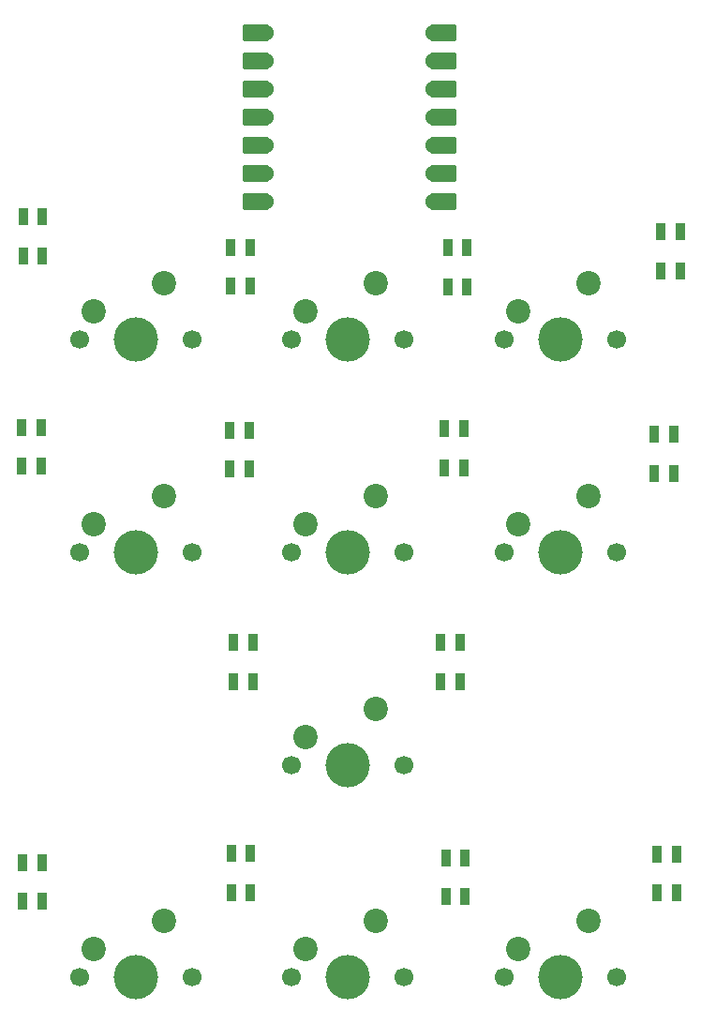
<source format=gbr>
%TF.GenerationSoftware,KiCad,Pcbnew,9.0.6*%
%TF.CreationDate,2025-12-08T11:04:57+13:00*%
%TF.ProjectId,hacropad,68616372-6f70-4616-942e-6b696361645f,rev?*%
%TF.SameCoordinates,Original*%
%TF.FileFunction,Soldermask,Top*%
%TF.FilePolarity,Negative*%
%FSLAX46Y46*%
G04 Gerber Fmt 4.6, Leading zero omitted, Abs format (unit mm)*
G04 Created by KiCad (PCBNEW 9.0.6) date 2025-12-08 11:04:57*
%MOMM*%
%LPD*%
G01*
G04 APERTURE LIST*
G04 Aperture macros list*
%AMRoundRect*
0 Rectangle with rounded corners*
0 $1 Rounding radius*
0 $2 $3 $4 $5 $6 $7 $8 $9 X,Y pos of 4 corners*
0 Add a 4 corners polygon primitive as box body*
4,1,4,$2,$3,$4,$5,$6,$7,$8,$9,$2,$3,0*
0 Add four circle primitives for the rounded corners*
1,1,$1+$1,$2,$3*
1,1,$1+$1,$4,$5*
1,1,$1+$1,$6,$7*
1,1,$1+$1,$8,$9*
0 Add four rect primitives between the rounded corners*
20,1,$1+$1,$2,$3,$4,$5,0*
20,1,$1+$1,$4,$5,$6,$7,0*
20,1,$1+$1,$6,$7,$8,$9,0*
20,1,$1+$1,$8,$9,$2,$3,0*%
G04 Aperture macros list end*
%ADD10R,0.850000X1.600000*%
%ADD11C,1.700000*%
%ADD12C,4.000000*%
%ADD13C,2.200000*%
%ADD14RoundRect,0.152400X1.063600X0.609600X-1.063600X0.609600X-1.063600X-0.609600X1.063600X-0.609600X0*%
%ADD15C,1.524000*%
%ADD16RoundRect,0.152400X-1.063600X-0.609600X1.063600X-0.609600X1.063600X0.609600X-1.063600X0.609600X0*%
G04 APERTURE END LIST*
D10*
%TO.C,D13*%
X136720000Y-49340000D03*
X138470000Y-49340000D03*
X138470000Y-45840000D03*
X136720000Y-45840000D03*
%TD*%
D11*
%TO.C,SW10*%
X161450000Y-111750000D03*
D12*
X166530000Y-111750000D03*
D11*
X171610000Y-111750000D03*
D13*
X169070000Y-106670000D03*
X162720000Y-109210000D03*
%TD*%
D11*
%TO.C,SW8*%
X123050000Y-111750000D03*
D12*
X128130000Y-111750000D03*
D11*
X133210000Y-111750000D03*
D13*
X130670000Y-106670000D03*
X124320000Y-109210000D03*
%TD*%
D11*
%TO.C,SW6*%
X161450000Y-73360000D03*
D12*
X166530000Y-73360000D03*
D11*
X171610000Y-73360000D03*
D13*
X169070000Y-68280000D03*
X162720000Y-70820000D03*
%TD*%
D11*
%TO.C,SW1*%
X123050000Y-54160000D03*
D12*
X128130000Y-54160000D03*
D11*
X133210000Y-54160000D03*
D13*
X130670000Y-49080000D03*
X124320000Y-51620000D03*
%TD*%
D11*
%TO.C,SW9*%
X142250000Y-111750000D03*
D12*
X147330000Y-111750000D03*
D11*
X152410000Y-111750000D03*
D13*
X149870000Y-106670000D03*
X143520000Y-109210000D03*
%TD*%
D10*
%TO.C,D11*%
X175590000Y-47930000D03*
X177340000Y-47930000D03*
X177340000Y-44430000D03*
X175590000Y-44430000D03*
%TD*%
%TO.C,D19*%
X155700000Y-85010000D03*
X157450000Y-85010000D03*
X157450000Y-81510000D03*
X155700000Y-81510000D03*
%TD*%
%TO.C,D21*%
X119700000Y-101390000D03*
X117950000Y-101390000D03*
X117950000Y-104890000D03*
X119700000Y-104890000D03*
%TD*%
%TO.C,D15*%
X119580000Y-62090000D03*
X117830000Y-62090000D03*
X117830000Y-65590000D03*
X119580000Y-65590000D03*
%TD*%
%TO.C,D12*%
X156330000Y-49390000D03*
X158080000Y-49390000D03*
X158080000Y-45890000D03*
X156330000Y-45890000D03*
%TD*%
D11*
%TO.C,SW4*%
X123050000Y-73360000D03*
D12*
X128130000Y-73360000D03*
D11*
X133210000Y-73360000D03*
D13*
X130670000Y-68280000D03*
X124320000Y-70820000D03*
%TD*%
D14*
%TO.C,U1*%
X139005000Y-26468500D03*
D15*
X139840000Y-26468500D03*
D14*
X139005000Y-29008500D03*
D15*
X139840000Y-29008500D03*
D14*
X139005000Y-31548500D03*
D15*
X139840000Y-31548500D03*
D14*
X139005000Y-34088500D03*
D15*
X139840000Y-34088500D03*
D14*
X139005000Y-36628500D03*
D15*
X139840000Y-36628500D03*
D14*
X139005000Y-39168500D03*
D15*
X139840000Y-39168500D03*
D14*
X139005000Y-41708500D03*
D15*
X139840000Y-41708500D03*
X155080000Y-41708500D03*
D16*
X155915000Y-41708500D03*
D15*
X155080000Y-39168500D03*
D16*
X155915000Y-39168500D03*
D15*
X155080000Y-36628500D03*
D16*
X155915000Y-36628500D03*
D15*
X155080000Y-34088500D03*
D16*
X155915000Y-34088500D03*
D15*
X155080000Y-31548500D03*
D16*
X155915000Y-31548500D03*
D15*
X155080000Y-29008500D03*
D16*
X155915000Y-29008500D03*
D15*
X155080000Y-26468500D03*
D16*
X155915000Y-26468500D03*
%TD*%
D10*
%TO.C,D18*%
X176740000Y-62720000D03*
X174990000Y-62720000D03*
X174990000Y-66220000D03*
X176740000Y-66220000D03*
%TD*%
D11*
%TO.C,SW2*%
X142250000Y-54160000D03*
D12*
X147330000Y-54160000D03*
D11*
X152410000Y-54160000D03*
D13*
X149870000Y-49080000D03*
X143520000Y-51620000D03*
%TD*%
D10*
%TO.C,D24*%
X177030000Y-100620000D03*
X175280000Y-100620000D03*
X175280000Y-104120000D03*
X177030000Y-104120000D03*
%TD*%
D11*
%TO.C,SW3*%
X161450000Y-54160000D03*
D12*
X166530000Y-54160000D03*
D11*
X171610000Y-54160000D03*
D13*
X169070000Y-49080000D03*
X162720000Y-51620000D03*
%TD*%
D11*
%TO.C,SW5*%
X142250000Y-73360000D03*
D12*
X147330000Y-73360000D03*
D11*
X152410000Y-73360000D03*
D13*
X149870000Y-68280000D03*
X143520000Y-70820000D03*
%TD*%
D10*
%TO.C,D20*%
X138520000Y-100580000D03*
X136770000Y-100580000D03*
X136770000Y-104080000D03*
X138520000Y-104080000D03*
%TD*%
%TO.C,D22*%
X136990000Y-85010000D03*
X138740000Y-85010000D03*
X138740000Y-81510000D03*
X136990000Y-81510000D03*
%TD*%
%TO.C,D17*%
X157780000Y-62230000D03*
X156030000Y-62230000D03*
X156030000Y-65730000D03*
X157780000Y-65730000D03*
%TD*%
%TO.C,D16*%
X138420000Y-62330000D03*
X136670000Y-62330000D03*
X136670000Y-65830000D03*
X138420000Y-65830000D03*
%TD*%
%TO.C,D14*%
X117990000Y-46570000D03*
X119740000Y-46570000D03*
X119740000Y-43070000D03*
X117990000Y-43070000D03*
%TD*%
%TO.C,D23*%
X157920000Y-100950000D03*
X156170000Y-100950000D03*
X156170000Y-104450000D03*
X157920000Y-104450000D03*
%TD*%
D11*
%TO.C,SW7*%
X142250000Y-92560000D03*
D12*
X147330000Y-92560000D03*
D11*
X152410000Y-92560000D03*
D13*
X149870000Y-87480000D03*
X143520000Y-90020000D03*
%TD*%
M02*

</source>
